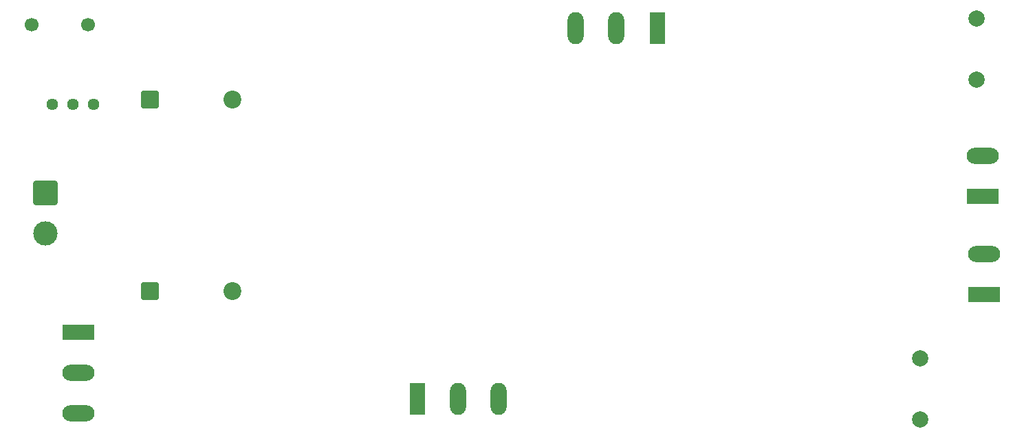
<source format=gbr>
%TF.GenerationSoftware,KiCad,Pcbnew,9.0.4-9.0.4-0~ubuntu24.04.1*%
%TF.CreationDate,2025-09-01T10:39:58-05:00*%
%TF.ProjectId,amplifier,616d706c-6966-4696-9572-2e6b69636164,rev?*%
%TF.SameCoordinates,Original*%
%TF.FileFunction,Soldermask,Bot*%
%TF.FilePolarity,Negative*%
%FSLAX46Y46*%
G04 Gerber Fmt 4.6, Leading zero omitted, Abs format (unit mm)*
G04 Created by KiCad (PCBNEW 9.0.4-9.0.4-0~ubuntu24.04.1) date 2025-09-01 10:39:58*
%MOMM*%
%LPD*%
G01*
G04 APERTURE LIST*
G04 Aperture macros list*
%AMRoundRect*
0 Rectangle with rounded corners*
0 $1 Rounding radius*
0 $2 $3 $4 $5 $6 $7 $8 $9 X,Y pos of 4 corners*
0 Add a 4 corners polygon primitive as box body*
4,1,4,$2,$3,$4,$5,$6,$7,$8,$9,$2,$3,0*
0 Add four circle primitives for the rounded corners*
1,1,$1+$1,$2,$3*
1,1,$1+$1,$4,$5*
1,1,$1+$1,$6,$7*
1,1,$1+$1,$8,$9*
0 Add four rect primitives between the rounded corners*
20,1,$1+$1,$2,$3,$4,$5,0*
20,1,$1+$1,$4,$5,$6,$7,0*
20,1,$1+$1,$6,$7,$8,$9,0*
20,1,$1+$1,$8,$9,$2,$3,0*%
G04 Aperture macros list end*
%ADD10R,3.960000X1.980000*%
%ADD11O,3.960000X1.980000*%
%ADD12C,2.000000*%
%ADD13R,1.980000X3.960000*%
%ADD14O,1.980000X3.960000*%
%ADD15C,1.440000*%
%ADD16C,1.700000*%
%ADD17RoundRect,0.249999X-0.850001X-0.850001X0.850001X-0.850001X0.850001X0.850001X-0.850001X0.850001X0*%
%ADD18C,2.200000*%
%ADD19RoundRect,0.249999X-1.250001X1.250001X-1.250001X-1.250001X1.250001X-1.250001X1.250001X1.250001X0*%
%ADD20C,3.000000*%
G04 APERTURE END LIST*
D10*
%TO.C,J701*%
X209350000Y-96795000D03*
D11*
X209350000Y-91795000D03*
%TD*%
D12*
%TO.C,C705*%
X208600000Y-74900000D03*
X208600000Y-82400000D03*
%TD*%
D10*
%TO.C,J403*%
X98052500Y-113530000D03*
D11*
X98052500Y-118530000D03*
X98052500Y-123530000D03*
%TD*%
D12*
%TO.C,C706*%
X201620000Y-124320000D03*
X201620000Y-116820000D03*
%TD*%
D13*
%TO.C,J501*%
X169265000Y-76100000D03*
D14*
X164265000Y-76100000D03*
X159265000Y-76100000D03*
%TD*%
D15*
%TO.C,RV201*%
X99915000Y-85445000D03*
X97375000Y-85445000D03*
X94835000Y-85445000D03*
%TD*%
D16*
%TO.C,J402*%
X99215000Y-75610000D03*
X92215000Y-75610000D03*
%TD*%
D17*
%TO.C,D201*%
X106845000Y-108525000D03*
D18*
X117005000Y-108525000D03*
%TD*%
D13*
%TO.C,J601*%
X139770000Y-121810000D03*
D14*
X144770000Y-121810000D03*
X149770000Y-121810000D03*
%TD*%
D10*
%TO.C,J702*%
X209500000Y-108945000D03*
D11*
X209500000Y-103945000D03*
%TD*%
D17*
%TO.C,D202*%
X106845000Y-84825000D03*
D18*
X117005000Y-84825000D03*
%TD*%
D19*
%TO.C,J201*%
X93937500Y-96405000D03*
D20*
X93937500Y-101405000D03*
%TD*%
M02*

</source>
